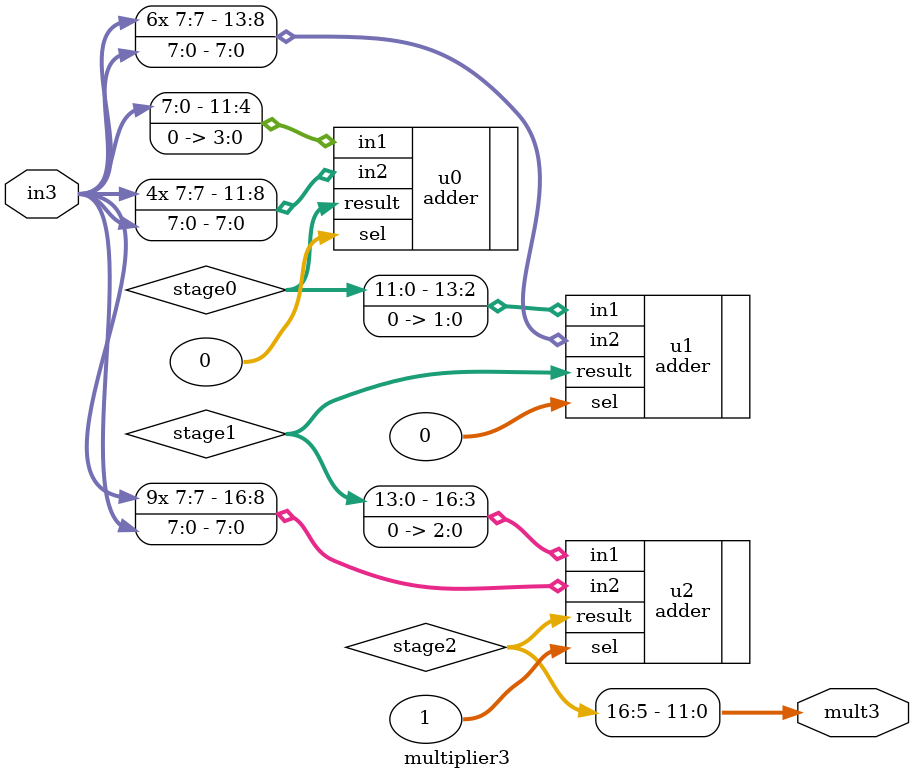
<source format=v>
module multiplier1 #(parameter INTEGER_BITS=2, FRACTION_BITS=6 , EXTEND=4)
(
    input wire signed [INTEGER_BITS+FRACTION_BITS-1:0] in1,
    output wire signed [INTEGER_BITS+FRACTION_BITS+EXTEND-1:0] mult1 
);


wire signed [INTEGER_BITS+FRACTION_BITS+3-1:0] stage0;
wire signed [INTEGER_BITS+FRACTION_BITS+7-1:0] stage1;


adder #(.INTEGER_BITS(INTEGER_BITS), .FRACTION_BITS(FRACTION_BITS), .EXTEND(3))
    u0 (
        .in1( {in1[INTEGER_BITS+FRACTION_BITS-1] , in1 , 2'b0} ),   //in_extend>>>1
        .in2( {{3{in1[INTEGER_BITS+FRACTION_BITS-1]}} , in1}),    //in_extend>>>3
        .sel('b0),                                              //subtract
        .result(stage0)
        );

adder #(.INTEGER_BITS(INTEGER_BITS), .FRACTION_BITS(FRACTION_BITS), .EXTEND(7))
    u1 (
        .in1({stage0, 4'b0}),
        .in2({{7{in1[INTEGER_BITS+FRACTION_BITS-1]}}, in1}),  //in_extend>>>7  
        .sel('b1),                                            //addition
        .result(stage1)
        );

assign mult1=stage1[INTEGER_BITS+FRACTION_BITS+7-1:3] ;        // output is 12 bits  [14:3]
endmodule

////////////////////******************************************/////////////
// multiply by 0.7071
module multiplier2 #(parameter INTEGER_BITS=2, FRACTION_BITS=6, EXTEND=4)
(
    input  wire signed [INTEGER_BITS+FRACTION_BITS-1  :0]  in2,
    output wire signed [INTEGER_BITS+FRACTION_BITS+EXTEND-1:0]  mult2 
);

wire signed [INTEGER_BITS+FRACTION_BITS+2-1:0] stage0;
wire signed [INTEGER_BITS+FRACTION_BITS+4-1:0] stage1;
wire signed [INTEGER_BITS+FRACTION_BITS+6-1:0] stage2;
wire signed [INTEGER_BITS+FRACTION_BITS+8-1:0] stage3;

adder #(.INTEGER_BITS(INTEGER_BITS), .FRACTION_BITS(FRACTION_BITS), .EXTEND(2))
u0 (
    .in1( {in2 , 2'b0} ), //in_extend
    .in2( {{2{in2[INTEGER_BITS+FRACTION_BITS-1]}}, in2} ),   //in_extend>>>2
    .sel('b0),                                               //subtract
    .result(stage0)
);

adder #(.INTEGER_BITS(INTEGER_BITS), .FRACTION_BITS(FRACTION_BITS), .EXTEND(4))
u1 (
    .in1( {stage0, 2'b0} ),
    .in2( {{4{in2[INTEGER_BITS+FRACTION_BITS-1]}}, in2} ),  //in_extend>>>4  
    .sel('b0),                                            //subtraction
    .result(stage1)
);

adder #(.INTEGER_BITS(INTEGER_BITS), .FRACTION_BITS(FRACTION_BITS), .EXTEND(6))
u2 (
    .in1( {stage1, 2'b0} ),
    .in2( {{6{in2[INTEGER_BITS+FRACTION_BITS-1]}}, in2} ),  //in_extend>>>6  
    .sel('b1),                                            //addition
    .result(stage2)
);

adder #(.INTEGER_BITS(INTEGER_BITS), .FRACTION_BITS(FRACTION_BITS), .EXTEND(8))
u3 (
    .in1( {stage2, 2'b0} ),
    .in2( {{8{in2[INTEGER_BITS+FRACTION_BITS-1]}}, in2} ),  //in_extend>>>8  
    .sel('b1),                                            //Addition
    .result(stage3)
);

assign mult2 = stage3[INTEGER_BITS+FRACTION_BITS+8-1:4];           // output 12 bits [15:4]

endmodule




// multiply by 0.9239
module multiplier3 #(parameter INTEGER_BITS=2, FRACTION_BITS=6, EXTEND=4)
(
    input  wire signed [INTEGER_BITS+FRACTION_BITS-1:0]   in3,
    output wire signed [INTEGER_BITS+FRACTION_BITS+EXTEND-1:0] mult3 
);

wire signed [INTEGER_BITS+FRACTION_BITS+4-1:0] stage0;
wire signed [INTEGER_BITS+FRACTION_BITS+6-1:0] stage1;
wire signed [INTEGER_BITS+FRACTION_BITS+9-1:0] stage2;

adder #(.INTEGER_BITS(INTEGER_BITS), .FRACTION_BITS(FRACTION_BITS), .EXTEND(4))
u0 (
    .in1( {in3 , 4'b0} ), //in_extend
    .in2( {{4{in3[INTEGER_BITS+FRACTION_BITS-1]}}, in3} ),   //in_extend>>>4
    .sel('b0),                                             //subtract
    .result(stage0)
);

adder #(.INTEGER_BITS(INTEGER_BITS), .FRACTION_BITS(FRACTION_BITS), .EXTEND(6))
u1 (
    .in1( {stage0, 2'b0} ),
    .in2( {{6{in3[INTEGER_BITS+FRACTION_BITS-1]}}, in3} ),  //in_extend>>>6  
    .sel('b0),                                            //subtraction
    .result(stage1)
);

adder #(.INTEGER_BITS(INTEGER_BITS), .FRACTION_BITS(FRACTION_BITS), .EXTEND(9))
u2 (
    .in1( {stage1, 3'b0} ),
    .in2( {{9{in3[INTEGER_BITS+FRACTION_BITS-1]}}, in3} ),  //in_extend>>>9  
    .sel('b1),                                            //subtraction
    .result(stage2)
);

assign mult3 =stage2[INTEGER_BITS+FRACTION_BITS+9-1:5];   //output [16:5]
endmodule

</source>
